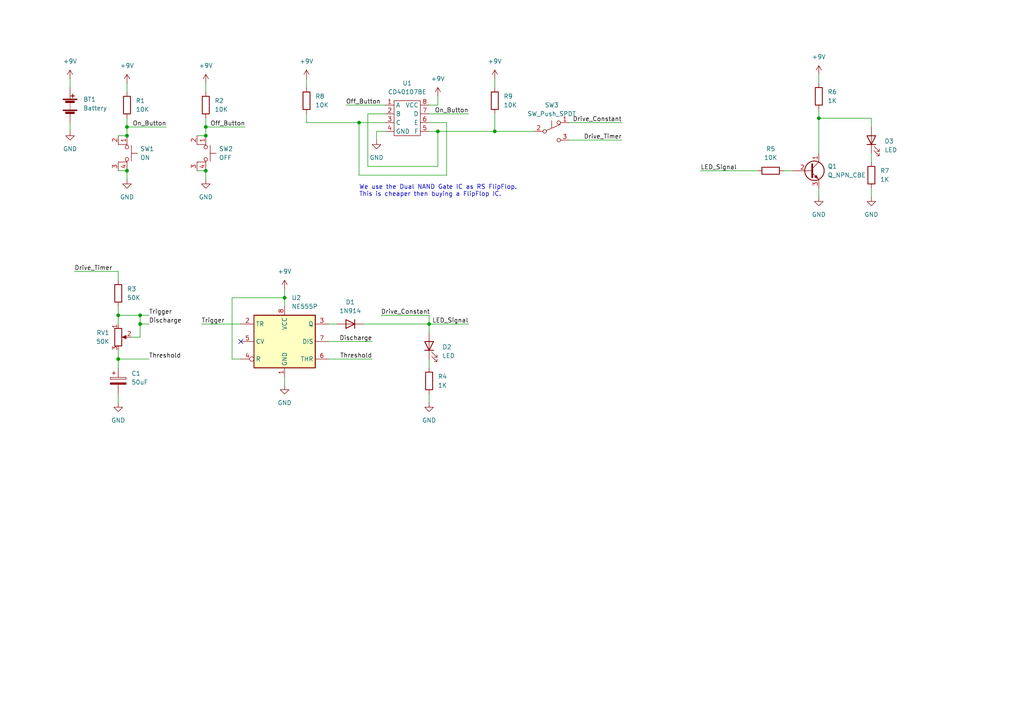
<source format=kicad_sch>
(kicad_sch (version 20211123) (generator eeschema)
  (paper "A4")
  (lib_symbols
    (symbol "Device:Battery" (pin_numbers hide) (pin_names (offset 0) hide)
      (property "Reference" "BT" (at 2.54 2.54 0))
      (property "Value" "Battery" (at 2.54 0 0))
      (symbol "Battery_0_1"
        (rectangle (start -2.032 -1.397) (end 2.032 -1.651) (fill (type outline)))
        (rectangle (start -2.032 1.778) (end 2.032 1.524) (fill (type outline)))
        (rectangle (start -1.3208 -1.9812) (end 1.27 -2.4892) (fill (type outline)))
        (rectangle (start -1.3208 1.1938) (end 1.27 0.6858) (fill (type outline)))
        (polyline (pts (xy 0 -1.524) (xy 0 -1.27)))
        (polyline (pts (xy 0 -1.016) (xy 0 -0.762)))
        (polyline (pts (xy 0 -0.508) (xy 0 -0.254)))
        (polyline (pts (xy 0 0) (xy 0 0.254)))
        (polyline (pts (xy 0 0.508) (xy 0 0.762)))
        (polyline (pts (xy 0 1.778) (xy 0 2.54)))
        (polyline (pts (xy 0.254 2.667) (xy 1.27 2.667)) (stroke (width 0.254)))
        (polyline (pts (xy 0.762 3.175) (xy 0.762 2.159)) (stroke (width 0.254)))
      )
      (symbol "Battery_1_1"
        (pin passive line (at 0 5.08 270) (length 2.54) (name "+") (number "1"))
        (pin passive line (at 0 -5.08 90) (length 2.54) (name "-") (number "2"))
      )
    )
    (symbol "Device:C_Polarized" (pin_numbers hide) (pin_names (offset 0.254))
      (property "Reference" "C" (at 0.635 2.54 0))
      (property "Value" "C_Polarized" (at 0.635 -2.54 0))
      (symbol "C_Polarized_0_1"
        (rectangle (start -2.286 0.508) (end 2.286 1.016))
        (polyline (pts (xy -1.778 2.286) (xy -0.762 2.286)))
        (polyline (pts (xy -1.27 2.794) (xy -1.27 1.778)))
        (rectangle (start 2.286 -0.508) (end -2.286 -1.016) (fill (type outline)))
      )
      (symbol "C_Polarized_1_1"
        (pin passive line (at 0 3.81 270) (length 2.794) (name "~") (number "1"))
        (pin passive line (at 0 -3.81 90) (length 2.794) (name "~") (number "2"))
      )
    )
    (symbol "Device:LED" (pin_numbers hide) (pin_names (offset 1.016) hide)
      (property "Reference" "D" (at 0 2.54 0))
      (property "Value" "LED" (at 0 -2.54 0))
      (symbol "LED_0_1"
        (polyline (pts (xy -1.27 -1.27) (xy -1.27 1.27)) (stroke (width 0.254)))
        (polyline (pts (xy -1.27 0) (xy 1.27 0)))
        (polyline (pts (xy 1.27 -1.27) (xy 1.27 1.27) (xy -1.27 0) (xy 1.27 -1.27)) (stroke (width 0.254)))
        (polyline (pts (xy -3.048 -0.762) (xy -4.572 -2.286) (xy -3.81 -2.286) (xy -4.572 -2.286) (xy -4.572 -1.524)))
        (polyline (pts (xy -1.778 -0.762) (xy -3.302 -2.286) (xy -2.54 -2.286) (xy -3.302 -2.286) (xy -3.302 -1.524)))
      )
      (symbol "LED_1_1"
        (pin passive line (at -3.81 0 0) (length 2.54) (name "K") (number "1"))
        (pin passive line (at 3.81 0 180) (length 2.54) (name "A") (number "2"))
      )
    )
    (symbol "Device:Q_NPN_CBE" (pin_names (offset 0) hide)
      (property "Reference" "Q" (at 5.08 1.27 0))
      (property "Value" "Q_NPN_CBE" (at 5.08 -1.27 0))
      (symbol "Q_NPN_CBE_0_1"
        (polyline (pts (xy 0.635 0.635) (xy 2.54 2.54)))
        (polyline (pts (xy 0.635 -0.635) (xy 2.54 -2.54) (xy 2.54 -2.54)))
        (polyline (pts (xy 0.635 1.905) (xy 0.635 -1.905) (xy 0.635 -1.905)) (stroke (width 0.508)))
        (polyline (pts (xy 1.27 -1.778) (xy 1.778 -1.27) (xy 2.286 -2.286) (xy 1.27 -1.778) (xy 1.27 -1.778)) (fill (type outline)))
        (circle (center 1.27 0) (radius 2.8194) (stroke (width 0.254)))
      )
      (symbol "Q_NPN_CBE_1_1"
        (pin passive line (at 2.54 5.08 270) (length 2.54) (name "C") (number "1"))
        (pin input line (at -5.08 0 0) (length 5.715) (name "B") (number "2"))
        (pin passive line (at 2.54 -5.08 90) (length 2.54) (name "E") (number "3"))
      )
    )
    (symbol "Device:R" (pin_numbers hide) (pin_names (offset 0))
      (property "Reference" "R" (at 2.032 0 90))
      (property "Value" "R" (at 0 0 90))
      (symbol "R_0_1"
        (rectangle (start -1.016 -2.54) (end 1.016 2.54) (stroke (width 0.254)))
      )
      (symbol "R_1_1"
        (pin passive line (at 0 3.81 270) (length 1.27) (name "~") (number "1"))
        (pin passive line (at 0 -3.81 90) (length 1.27) (name "~") (number "2"))
      )
    )
    (symbol "Device:R_Potentiometer" (pin_names (offset 1.016) hide)
      (property "Reference" "RV" (at -4.445 0 90))
      (property "Value" "R_Potentiometer" (at -2.54 0 90))
      (symbol "R_Potentiometer_0_1"
        (polyline (pts (xy 2.54 0) (xy 1.524 0)))
        (polyline (pts (xy 1.143 0) (xy 2.286 0.508) (xy 2.286 -0.508) (xy 1.143 0)) (fill (type outline)))
        (rectangle (start 1.016 2.54) (end -1.016 -2.54) (stroke (width 0.254)))
      )
      (symbol "R_Potentiometer_1_1"
        (pin passive line (at 0 3.81 270) (length 1.27) (name "1") (number "1"))
        (pin passive line (at 3.81 0 180) (length 1.27) (name "2") (number "2"))
        (pin passive line (at 0 -3.81 90) (length 1.27) (name "3") (number "3"))
      )
    )
    (symbol "Diode:1N914" (pin_numbers hide) (pin_names (offset 1.016) hide)
      (property "Reference" "D" (at 0 2.54 0))
      (property "Value" "1N914" (at 0 -2.54 0))
      (symbol "1N914_0_1"
        (polyline (pts (xy -1.27 1.27) (xy -1.27 -1.27)) (stroke (width 0.254)))
        (polyline (pts (xy 1.27 0) (xy -1.27 0)))
        (polyline (pts (xy 1.27 1.27) (xy 1.27 -1.27) (xy -1.27 0) (xy 1.27 1.27)) (stroke (width 0.254)))
      )
      (symbol "1N914_1_1"
        (pin passive line (at -3.81 0 0) (length 2.54) (name "K") (number "1"))
        (pin passive line (at 3.81 0 180) (length 2.54) (name "A") (number "2"))
      )
    )
    (symbol "Switch:SW_MEC_5E" (pin_names (offset 1.016) hide)
      (property "Reference" "SW" (at 0.635 5.715 0))
      (property "Value" "SW_MEC_5E" (at 0 -3.175 0))
      (symbol "SW_MEC_5E_0_1"
        (circle (center -1.778 2.54) (radius 0.508))
        (polyline (pts (xy -2.286 3.81) (xy 2.286 3.81)))
        (polyline (pts (xy 0 3.81) (xy 0 5.588)))
        (polyline (pts (xy -2.54 0) (xy -2.54 2.54) (xy -2.286 2.54)))
        (polyline (pts (xy 2.54 0) (xy 2.54 2.54) (xy 2.286 2.54)))
        (circle (center 1.778 2.54) (radius 0.508))
        (pin passive line (at -5.08 2.54 0) (length 2.54) (name "1") (number "1"))
        (pin passive line (at -5.08 0 0) (length 2.54) (name "2") (number "2"))
        (pin passive line (at 5.08 0 180) (length 2.54) (name "K") (number "3"))
        (pin passive line (at 5.08 2.54 180) (length 2.54) (name "A") (number "4"))
      )
    )
    (symbol "Switch:SW_Push_SPDT" (pin_names (offset 0) hide)
      (property "Reference" "SW" (at 0 4.318 0))
      (property "Value" "SW_Push_SPDT" (at 0 -5.08 0))
      (symbol "SW_Push_SPDT_0_0"
        (circle (center -2.032 0) (radius 0.508))
        (polyline (pts (xy 0 1.016) (xy 0 3.048)))
        (circle (center 2.032 -2.54) (radius 0.508))
      )
      (symbol "SW_Push_SPDT_0_1"
        (polyline (pts (xy -1.524 0.254) (xy 2.54 2.032)))
        (circle (center 2.032 2.54) (radius 0.508))
      )
      (symbol "SW_Push_SPDT_1_1"
        (pin passive line (at 5.08 2.54 180) (length 2.54) (name "A") (number "1"))
        (pin passive line (at -5.08 0 0) (length 2.54) (name "B") (number "2"))
        (pin passive line (at 5.08 -2.54 180) (length 2.54) (name "C") (number "3"))
      )
    )
    (symbol "TI_Logic:CD40107BE"
      (property "Reference" "U" (at 0 6.35 0))
      (property "Value" "CD40107BE" (at 0 -6.35 0))
      (symbol "CD40107BE_0_1"
        (rectangle (start 3.81 -5.08) (end -3.81 5.08))
      )
      (symbol "CD40107BE_1_1"
        (pin input line (at -6.35 3.81 0) (length 2.54) (name "A") (number "1"))
        (pin input line (at -6.35 1.27 0) (length 2.54) (name "B") (number "2"))
        (pin output line (at -6.35 -1.27 0) (length 2.54) (name "C") (number "3"))
        (pin power_in line (at -6.35 -3.81 0) (length 2.54) (name "GND") (number "4"))
        (pin output line (at 6.35 -3.81 180) (length 2.54) (name "F") (number "5"))
        (pin input line (at 6.35 -1.27 180) (length 2.54) (name "E") (number "6"))
        (pin input line (at 6.35 1.27 180) (length 2.54) (name "D") (number "7"))
        (pin power_in line (at 6.35 3.81 180) (length 2.54) (name "VCC") (number "8"))
      )
    )
    (symbol "Timer:NE555P"
      (property "Reference" "U" (at -10.16 8.89 0))
      (property "Value" "NE555P" (at 2.54 8.89 0))
      (symbol "NE555P_0_0"
        (pin power_in line (at 0 -10.16 90) (length 2.54) (name "GND") (number "1"))
        (pin power_in line (at 0 10.16 270) (length 2.54) (name "VCC") (number "8"))
      )
      (symbol "NE555P_0_1"
        (rectangle (start -8.89 -7.62) (end 8.89 7.62) (stroke (width 0.254)) (fill (type background)))
        (rectangle (start -8.89 -7.62) (end 8.89 7.62) (stroke (width 0.254)) (fill (type background)))
      )
      (symbol "NE555P_1_1"
        (pin input line (at -12.7 5.08 0) (length 3.81) (name "TR") (number "2"))
        (pin output line (at 12.7 5.08 180) (length 3.81) (name "Q") (number "3"))
        (pin input inverted (at -12.7 -5.08 0) (length 3.81) (name "R") (number "4"))
        (pin input line (at -12.7 0 0) (length 3.81) (name "CV") (number "5"))
        (pin input line (at 12.7 -5.08 180) (length 3.81) (name "THR") (number "6"))
        (pin input line (at 12.7 0 180) (length 3.81) (name "DIS") (number "7"))
      )
    )
    (symbol "power:+9V" (power) (pin_names (offset 0))
      (property "Value" "+9V" (at 0 3.556 0))
      (symbol "+9V_0_1"
        (polyline (pts (xy -0.762 1.27) (xy 0 2.54)))
        (polyline (pts (xy 0 0) (xy 0 2.54)))
        (polyline (pts (xy 0 2.54) (xy 0.762 1.27)))
      )
      (symbol "+9V_1_1"
        (pin power_in line (at 0 0 90) (length 0) hide (name "+9V") (number "1"))
      )
    )
    (symbol "power:GND" (power) (pin_names (offset 0))
      (property "Value" "GND" (at 0 -3.81 0))
      (symbol "GND_0_1"
        (polyline (pts (xy 0 0) (xy 0 -1.27) (xy 1.27 -1.27) (xy 0 -2.54) (xy -1.27 -1.27) (xy 0 -1.27)))
      )
      (symbol "GND_1_1"
        (pin power_in line (at 0 0 270) (length 0) hide (name "GND") (number "1"))
      )
    )
  )
  (junction (at 82.55 86.36))
  (junction (at 59.69 39.37))
  (junction (at 36.83 49.53))
  (junction (at 59.69 36.83))
  (junction (at 34.29 91.44))
  (junction (at 237.49 34.29))
  (junction (at 40.64 91.44))
  (junction (at 143.51 38.1))
  (junction (at 36.83 39.37))
  (junction (at 40.64 93.98))
  (junction (at 124.46 93.98))
  (junction (at 104.14 35.56))
  (junction (at 34.29 104.14))
  (junction (at 127 38.1))
  (junction (at 36.83 36.83))
  (junction (at 59.69 49.53))
  (no_connect (at 69.85 99.06))
  (wire (pts (xy 34.29 88.9) (xy 34.29 91.44)))
  (wire (pts (xy 36.83 34.29) (xy 36.83 36.83)))
  (wire (pts (xy 40.64 93.98) (xy 40.64 91.44)))
  (wire (pts (xy 67.31 86.36) (xy 82.55 86.36)))
  (wire (pts (xy 124.46 114.3) (xy 124.46 116.84)))
  (wire (pts (xy 165.1 35.56) (xy 180.34 35.56)))
  (wire (pts (xy 20.32 35.56) (xy 20.32 38.1)))
  (wire (pts (xy 34.29 104.14) (xy 34.29 106.68)))
  (wire (pts (xy 124.46 93.98) (xy 135.89 93.98)))
  (wire (pts (xy 59.69 24.13) (xy 59.69 26.67)))
  (wire (pts (xy 95.25 99.06) (xy 107.95 99.06)))
  (wire (pts (xy 203.2 49.53) (xy 219.71 49.53)))
  (wire (pts (xy 82.55 83.82) (xy 82.55 86.36)))
  (wire (pts (xy 111.76 35.56) (xy 104.14 35.56)))
  (wire (pts (xy 34.29 104.14) (xy 43.18 104.14)))
  (wire (pts (xy 237.49 34.29) (xy 237.49 44.45)))
  (wire (pts (xy 95.25 93.98) (xy 97.79 93.98)))
  (wire (pts (xy 34.29 49.53) (xy 36.83 49.53)))
  (wire (pts (xy 82.55 86.36) (xy 82.55 88.9)))
  (wire (pts (xy 36.83 24.13) (xy 36.83 26.67)))
  (wire (pts (xy 95.25 104.14) (xy 107.95 104.14)))
  (wire (pts (xy 57.15 39.37) (xy 59.69 39.37)))
  (wire (pts (xy 40.64 91.44) (xy 43.18 91.44)))
  (wire (pts (xy 237.49 34.29) (xy 252.73 34.29)))
  (wire (pts (xy 129.54 35.56) (xy 124.46 35.56)))
  (wire (pts (xy 67.31 104.14) (xy 69.85 104.14)))
  (wire (pts (xy 143.51 22.86) (xy 143.51 25.4)))
  (wire (pts (xy 106.68 48.26) (xy 106.68 33.02)))
  (wire (pts (xy 252.73 34.29) (xy 252.73 36.83)))
  (wire (pts (xy 124.46 91.44) (xy 124.46 93.98)))
  (wire (pts (xy 59.69 36.83) (xy 59.69 39.37)))
  (wire (pts (xy 34.29 101.6) (xy 34.29 104.14)))
  (wire (pts (xy 20.32 22.86) (xy 20.32 25.4)))
  (wire (pts (xy 124.46 38.1) (xy 127 38.1)))
  (wire (pts (xy 127 38.1) (xy 127 48.26)))
  (wire (pts (xy 40.64 91.44) (xy 34.29 91.44)))
  (wire (pts (xy 127 38.1) (xy 143.51 38.1)))
  (wire (pts (xy 237.49 21.59) (xy 237.49 24.13)))
  (wire (pts (xy 36.83 36.83) (xy 48.26 36.83)))
  (wire (pts (xy 165.1 40.64) (xy 180.34 40.64)))
  (wire (pts (xy 88.9 35.56) (xy 104.14 35.56)))
  (wire (pts (xy 127 27.94) (xy 127 30.48)))
  (wire (pts (xy 124.46 33.02) (xy 135.89 33.02)))
  (wire (pts (xy 111.76 38.1) (xy 109.22 38.1)))
  (wire (pts (xy 82.55 109.22) (xy 82.55 111.76)))
  (wire (pts (xy 34.29 91.44) (xy 34.29 93.98)))
  (wire (pts (xy 104.14 35.56) (xy 104.14 50.8)))
  (wire (pts (xy 127 30.48) (xy 124.46 30.48)))
  (wire (pts (xy 110.49 91.44) (xy 124.46 91.44)))
  (wire (pts (xy 57.15 49.53) (xy 59.69 49.53)))
  (wire (pts (xy 88.9 22.86) (xy 88.9 25.4)))
  (wire (pts (xy 21.59 78.74) (xy 34.29 78.74)))
  (wire (pts (xy 34.29 39.37) (xy 36.83 39.37)))
  (wire (pts (xy 227.33 49.53) (xy 229.87 49.53)))
  (wire (pts (xy 124.46 93.98) (xy 124.46 96.52)))
  (wire (pts (xy 252.73 44.45) (xy 252.73 46.99)))
  (wire (pts (xy 104.14 50.8) (xy 129.54 50.8)))
  (wire (pts (xy 143.51 38.1) (xy 154.94 38.1)))
  (wire (pts (xy 237.49 57.15) (xy 237.49 54.61)))
  (wire (pts (xy 129.54 35.56) (xy 129.54 50.8)))
  (wire (pts (xy 106.68 33.02) (xy 111.76 33.02)))
  (wire (pts (xy 252.73 54.61) (xy 252.73 57.15)))
  (wire (pts (xy 127 48.26) (xy 106.68 48.26)))
  (wire (pts (xy 36.83 36.83) (xy 36.83 39.37)))
  (wire (pts (xy 100.33 30.48) (xy 111.76 30.48)))
  (wire (pts (xy 237.49 31.75) (xy 237.49 34.29)))
  (wire (pts (xy 88.9 33.02) (xy 88.9 35.56)))
  (wire (pts (xy 34.29 114.3) (xy 34.29 116.84)))
  (wire (pts (xy 34.29 78.74) (xy 34.29 81.28)))
  (wire (pts (xy 59.69 36.83) (xy 71.12 36.83)))
  (wire (pts (xy 40.64 97.79) (xy 40.64 93.98)))
  (wire (pts (xy 59.69 49.53) (xy 59.69 52.07)))
  (wire (pts (xy 36.83 49.53) (xy 36.83 52.07)))
  (wire (pts (xy 67.31 86.36) (xy 67.31 104.14)))
  (wire (pts (xy 58.42 93.98) (xy 69.85 93.98)))
  (wire (pts (xy 40.64 97.79) (xy 38.1 97.79)))
  (wire (pts (xy 143.51 33.02) (xy 143.51 38.1)))
  (wire (pts (xy 124.46 104.14) (xy 124.46 106.68)))
  (wire (pts (xy 109.22 38.1) (xy 109.22 40.64)))
  (wire (pts (xy 59.69 34.29) (xy 59.69 36.83)))
  (wire (pts (xy 40.64 93.98) (xy 43.18 93.98)))
  (wire (pts (xy 105.41 93.98) (xy 124.46 93.98)))
  (text "We use the Dual NAND Gate IC as RS FlipFlop.\nThis is cheaper then buying a FlipFlop IC." (at 104.14 57.15 0) (effects (font (size 1.27 1.27)) (justify left bottom)))
  (label "Drive_Constant" (at 180.34 35.56 180))
  (label "On_Button" (at 135.89 33.02 180))
  (label "Drive_Timer" (at 21.59 78.74 0))
  (label "Trigger" (at 43.18 91.44 0))
  (label "Drive_Timer" (at 180.34 40.64 180))
  (label "Threshold" (at 43.18 104.14 0))
  (label "LED_Signal" (at 203.2 49.53 0))
  (label "On_Button" (at 48.26 36.83 180))
  (label "Off_Button" (at 100.33 30.48 0))
  (label "Drive_Constant" (at 110.49 91.44 0))
  (label "Discharge" (at 107.95 99.06 180))
  (label "Discharge" (at 43.18 93.98 0))
  (label "LED_Signal" (at 135.89 93.98 180))
  (label "Off_Button" (at 71.12 36.83 180))
  (label "Threshold" (at 107.95 104.14 180))
  (label "Trigger" (at 58.42 93.98 0))
  (symbol (lib_id "power:+9V") (at 127 27.94 0) (unit 1)
    (property "Reference" "#PWR08" (effects hide))
    (property "Value" "+9V" (at 127 22.86 0))
  )
  (symbol (lib_id "Device:R") (at 223.52 49.53 90) (unit 1)
    (property "Reference" "R5" (at 223.52 43.18 90))
    (property "Value" "10K" (at 223.52 45.72 90))
    (property "Footprint" "Resistor_THT:R_Axial_DIN0207_L6.3mm_D2.5mm_P7.62mm_Horizontal" (effects hide))
  )
  (symbol (lib_id "power:+9V") (at 36.83 24.13 0) (unit 1)
    (property "Reference" "#PWR03" (effects hide))
    (property "Value" "+9V" (at 36.83 19.05 0))
  )
  (symbol (lib_id "power:+9V") (at 237.49 21.59 0) (unit 1)
    (property "Reference" "#PWR013" (effects hide))
    (property "Value" "+9V" (at 237.49 16.51 0))
  )
  (symbol (lib_id "power:+9V") (at 20.32 22.86 0) (unit 1)
    (property "Reference" "#PWR01" (effects hide))
    (property "Value" "+9V" (at 20.32 17.78 0))
  )
  (symbol (lib_id "Device:R") (at 143.51 29.21 0) (unit 1)
    (property "Reference" "R9" (at 146.05 27.9399 0) (effects (justify left)))
    (property "Value" "10K" (at 146.05 30.4799 0) (effects (justify left)))
    (property "Footprint" "Resistor_THT:R_Axial_DIN0207_L6.3mm_D2.5mm_P7.62mm_Horizontal" (effects hide))
  )
  (symbol (lib_id "Device:R") (at 36.83 30.48 0) (unit 1)
    (property "Reference" "R1" (at 39.37 29.2099 0) (effects (justify left)))
    (property "Value" "10K" (at 39.37 31.7499 0) (effects (justify left)))
    (property "Footprint" "Resistor_THT:R_Axial_DIN0207_L6.3mm_D2.5mm_P7.62mm_Horizontal" (effects hide))
  )
  (symbol (lib_id "power:+9V") (at 59.69 24.13 0) (unit 1)
    (property "Reference" "#PWR05" (effects hide))
    (property "Value" "+9V" (at 59.69 19.05 0))
  )
  (symbol (lib_id "Switch:SW_MEC_5E") (at 57.15 44.45 270) (unit 1)
    (property "Reference" "SW2" (at 63.5 43.1799 90) (effects (justify left)))
    (property "Value" "OFF" (at 63.5 45.7199 90) (effects (justify left)))
    (property "Footprint" "switch_footprints:SW_PUSH_6mm" (effects hide))
    (property "Datasheet" "http://www.apem.com/int/index.php?controller=attachment&id_attachment=1371" (effects hide))
  )
  (symbol (lib_id "Device:R_Potentiometer") (at 34.29 97.79 0) (unit 1)
    (property "Reference" "RV1" (at 31.75 96.5199 0) (effects (justify right)))
    (property "Value" "50K" (at 31.75 99.0599 0) (effects (justify right)))
    (property "Footprint" "Potentiometer_THT:Potentiometer_Piher_PT-15-V02_Vertical" (effects hide))
  )
  (symbol (lib_id "Device:R") (at 88.9 29.21 0) (unit 1)
    (property "Reference" "R8" (at 91.44 27.9399 0) (effects (justify left)))
    (property "Value" "10K" (at 91.44 30.4799 0) (effects (justify left)))
    (property "Footprint" "Resistor_THT:R_Axial_DIN0207_L6.3mm_D2.5mm_P7.62mm_Horizontal" (effects hide))
  )
  (symbol (lib_id "power:GND") (at 34.29 116.84 0) (unit 1)
    (property "Reference" "#PWR09" (effects hide))
    (property "Value" "GND" (at 34.29 121.92 0))
  )
  (symbol (lib_id "Diode:1N914") (at 101.6 93.98 180) (unit 1)
    (property "Reference" "D1" (at 101.6 87.63 0))
    (property "Value" "1N914" (at 101.6 90.17 0))
    (property "Footprint" "Diode_THT:D_DO-35_SOD27_P7.62mm_Horizontal" (effects hide))
    (property "Datasheet" "http://www.vishay.com/docs/85622/1n914.pdf" (effects hide))
  )
  (symbol (lib_id "Switch:SW_MEC_5E") (at 34.29 44.45 270) (unit 1)
    (property "Reference" "SW1" (at 40.64 43.1799 90) (effects (justify left)))
    (property "Value" "ON" (at 40.64 45.7199 90) (effects (justify left)))
    (property "Footprint" "switch_footprints:SW_PUSH_6mm" (effects hide))
    (property "Datasheet" "http://www.apem.com/int/index.php?controller=attachment&id_attachment=1371" (effects hide))
  )
  (symbol (lib_id "Timer:NE555P") (at 82.55 99.06 0) (unit 1)
    (property "Reference" "U2" (at 84.5694 86.36 0) (effects (justify left)))
    (property "Value" "NE555P" (at 84.5694 88.9 0) (effects (justify left)))
    (property "Footprint" "switch_footprints:DIP-8_W7.62mm_InvertedDualRow" (effects hide))
    (property "Datasheet" "http://www.ti.com/lit/ds/symlink/ne555.pdf" (effects hide))
  )
  (symbol (lib_id "power:GND") (at 109.22 40.64 0) (unit 1)
    (property "Reference" "#PWR07" (effects hide))
    (property "Value" "GND" (at 109.22 45.72 0))
  )
  (symbol (lib_id "Device:R") (at 59.69 30.48 0) (unit 1)
    (property "Reference" "R2" (at 62.23 29.2099 0) (effects (justify left)))
    (property "Value" "10K" (at 62.23 31.7499 0) (effects (justify left)))
    (property "Footprint" "Resistor_THT:R_Axial_DIN0207_L6.3mm_D2.5mm_P7.62mm_Horizontal" (effects hide))
  )
  (symbol (lib_id "power:+9V") (at 88.9 22.86 0) (unit 1)
    (property "Reference" "#PWR016" (effects hide))
    (property "Value" "+9V" (at 88.9 17.78 0))
  )
  (symbol (lib_id "Device:R") (at 124.46 110.49 0) (unit 1)
    (property "Reference" "R4" (at 127 109.2199 0) (effects (justify left)))
    (property "Value" "1K" (at 127 111.7599 0) (effects (justify left)))
    (property "Footprint" "Resistor_THT:R_Axial_DIN0207_L6.3mm_D2.5mm_P7.62mm_Horizontal" (effects hide))
  )
  (symbol (lib_id "Device:Q_NPN_CBE") (at 234.95 49.53 0) (unit 1)
    (property "Reference" "Q1" (at 240.03 48.2599 0) (effects (justify left)))
    (property "Value" "Q_NPN_CBE" (at 240.03 50.7999 0) (effects (justify left)))
    (property "Footprint" "Package_TO_SOT_THT:TO-92" (effects hide))
  )
  (symbol (lib_id "power:GND") (at 59.69 52.07 0) (unit 1)
    (property "Reference" "#PWR06" (effects hide))
    (property "Value" "GND" (at 59.69 57.15 0))
  )
  (symbol (lib_id "Device:R") (at 237.49 27.94 180) (unit 1)
    (property "Reference" "R6" (at 240.03 26.6699 0) (effects (justify right)))
    (property "Value" "1K" (at 240.03 29.2099 0) (effects (justify right)))
    (property "Footprint" "Resistor_THT:R_Axial_DIN0207_L6.3mm_D2.5mm_P7.62mm_Horizontal" (effects hide))
  )
  (symbol (lib_id "TI_Logic:CD40107BE") (at 118.11 34.29 0) (unit 1)
    (property "Reference" "U1" (at 118.11 24.13 0))
    (property "Value" "CD40107BE" (at 118.11 26.67 0))
    (property "Footprint" "Package_DIP:DIP-8_W7.62mm" (effects hide))
    (property "Datasheet" "https://www.ti.com/lit/ds/symlink/cd40107b.pdf" (effects hide))
  )
  (symbol (lib_id "Device:Battery") (at 20.32 30.48 0) (unit 1)
    (property "Reference" "BT1" (at 24.13 28.8289 0) (effects (justify left)))
    (property "Value" "Battery" (at 24.13 31.3689 0) (effects (justify left)))
    (property "Footprint" "Connector_PinHeader_2.54mm:PinHeader_1x02_P2.54mm_Vertical" (effects hide))
  )
  (symbol (lib_id "Device:R") (at 34.29 85.09 0) (unit 1)
    (property "Reference" "R3" (at 36.83 83.8199 0) (effects (justify left)))
    (property "Value" "50K" (at 36.83 86.3599 0) (effects (justify left)))
    (property "Footprint" "Resistor_THT:R_Axial_DIN0207_L6.3mm_D2.5mm_P7.62mm_Horizontal" (effects hide))
  )
  (symbol (lib_id "power:+9V") (at 143.51 22.86 0) (unit 1)
    (property "Reference" "#PWR017" (effects hide))
    (property "Value" "+9V" (at 143.51 17.78 0))
  )
  (symbol (lib_id "power:GND") (at 237.49 57.15 0) (unit 1)
    (property "Reference" "#PWR014" (effects hide))
    (property "Value" "GND" (at 237.49 62.23 0))
  )
  (symbol (lib_id "power:GND") (at 124.46 116.84 0) (unit 1)
    (property "Reference" "#PWR012" (effects hide))
    (property "Value" "GND" (at 124.46 121.92 0))
  )
  (symbol (lib_id "power:+9V") (at 82.55 83.82 0) (unit 1)
    (property "Reference" "#PWR010" (effects hide))
    (property "Value" "+9V" (at 82.55 78.74 0))
  )
  (symbol (lib_id "power:GND") (at 36.83 52.07 0) (unit 1)
    (property "Reference" "#PWR04" (effects hide))
    (property "Value" "GND" (at 36.83 57.15 0))
  )
  (symbol (lib_id "power:GND") (at 20.32 38.1 0) (unit 1)
    (property "Reference" "#PWR02" (effects hide))
    (property "Value" "GND" (at 20.32 43.18 0))
  )
  (symbol (lib_id "power:GND") (at 252.73 57.15 0) (unit 1)
    (property "Reference" "#PWR015" (effects hide))
    (property "Value" "GND" (at 252.73 62.23 0))
  )
  (symbol (lib_id "Device:LED") (at 124.46 100.33 90) (unit 1)
    (property "Reference" "D2" (at 128.27 100.6474 90) (effects (justify right)))
    (property "Value" "LED" (at 128.27 103.1874 90) (effects (justify right)))
    (property "Footprint" "LED_THT:LED_D5.0mm" (effects hide))
  )
  (symbol (lib_id "Device:R") (at 252.73 50.8 0) (unit 1)
    (property "Reference" "R7" (at 255.27 49.5299 0) (effects (justify left)))
    (property "Value" "1K" (at 255.27 52.0699 0) (effects (justify left)))
    (property "Footprint" "Resistor_THT:R_Axial_DIN0207_L6.3mm_D2.5mm_P7.62mm_Horizontal" (effects hide))
  )
  (symbol (lib_id "Device:C_Polarized") (at 34.29 110.49 0) (unit 1)
    (property "Reference" "C1" (at 38.1 108.3309 0) (effects (justify left)))
    (property "Value" "50uF" (at 38.1 110.8709 0) (effects (justify left)))
    (property "Footprint" "Capacitor_THT:CP_Radial_D5.0mm_P2.00mm" (effects hide))
  )
  (symbol (lib_id "Switch:SW_Push_SPDT") (at 160.02 38.1 0) (unit 1)
    (property "Reference" "SW3" (at 160.02 30.48 0))
    (property "Value" "SW_Push_SPDT" (at 160.02 33.02 0))
    (property "Footprint" "Connector_PinHeader_2.54mm:PinHeader_1x03_P2.54mm_Vertical" (effects hide))
  )
  (symbol (lib_id "Device:LED") (at 252.73 40.64 90) (unit 1)
    (property "Reference" "D3" (at 256.54 40.9574 90) (effects (justify right)))
    (property "Value" "LED" (at 256.54 43.4974 90) (effects (justify right)))
    (property "Footprint" "LED_THT:LED_D5.0mm" (effects hide))
  )
  (symbol (lib_id "power:GND") (at 82.55 111.76 0) (unit 1)
    (property "Reference" "#PWR011" (effects hide))
    (property "Value" "GND" (at 82.55 116.84 0))
  )
)
</source>
